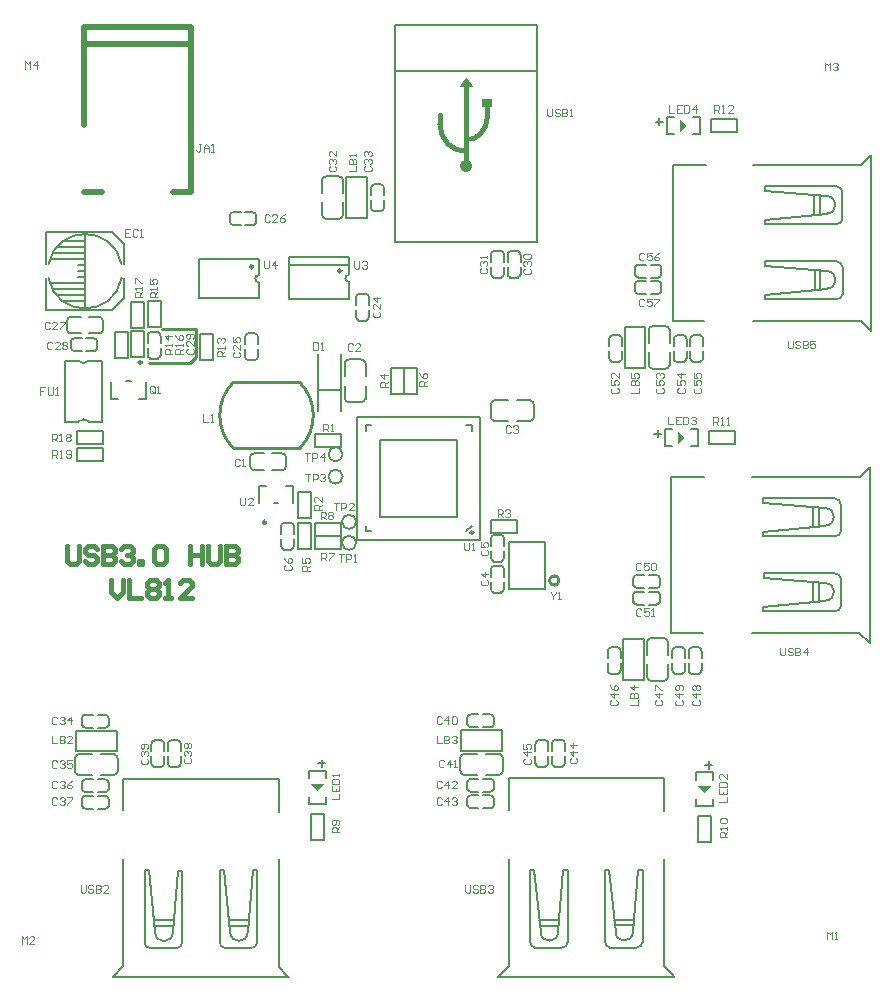
<source format=gto>
G04*
G04 #@! TF.GenerationSoftware,Altium Limited,Altium Designer,20.0.9 (164)*
G04*
G04 Layer_Color=65535*
%FSLAX25Y25*%
%MOIN*%
G70*
G01*
G75*
%ADD10C,0.00984*%
%ADD11C,0.00787*%
%ADD12C,0.01000*%
%ADD13C,0.00591*%
%ADD14C,0.01500*%
%ADD15C,0.01968*%
%ADD16C,0.00600*%
%ADD17C,0.00800*%
%ADD18C,0.04000*%
%ADD19C,0.00100*%
%ADD20C,0.00200*%
%ADD21C,0.00400*%
%ADD22R,0.03400X0.03000*%
G36*
X440700Y243990D02*
X436300D01*
X438500Y241790D01*
X440700Y243990D01*
D02*
G37*
G36*
X569700Y243431D02*
X565300D01*
X567500Y241231D01*
X569700Y243431D01*
D02*
G37*
G36*
X558790Y361700D02*
Y357300D01*
X560990Y359500D01*
X558790Y361700D01*
D02*
G37*
G36*
X559400Y465700D02*
Y461300D01*
X561600Y463500D01*
X559400Y465700D01*
D02*
G37*
D10*
X490425Y327913D02*
G03*
X490425Y327913I-492J0D01*
G01*
X421315Y331295D02*
G03*
X421315Y331295I-492J0D01*
G01*
X379929Y384661D02*
G03*
X379929Y384661I-492J0D01*
G01*
D11*
X509342Y365000D02*
G03*
X510607Y366531I-295J1531D01*
G01*
X497532Y372000D02*
G03*
X496267Y370468I295J-1531D01*
G01*
X510607D02*
G03*
X509342Y372000I-1560J0D01*
G01*
X496267Y366531D02*
G03*
X497532Y365000I1560J0D01*
G01*
X500658Y315484D02*
G03*
X499671Y316752I-1181J98D01*
G01*
X496325Y309173D02*
G03*
X497311Y307906I1181J-98D01*
G01*
X499476Y307901D02*
G03*
X500658Y309185I0J1185D01*
G01*
X497508Y316768D02*
G03*
X496327Y315484I0J-1185D01*
G01*
Y319516D02*
G03*
X497313Y318248I1181J-98D01*
G01*
X500660Y325827D02*
G03*
X499673Y327095I-1181J98D01*
G01*
X497508Y327099D02*
G03*
X496327Y325815I0J-1185D01*
G01*
X499476Y318232D02*
G03*
X500658Y319516I0J1185D01*
G01*
X430665Y329815D02*
G03*
X429679Y331082I-1181J98D01*
G01*
X426333Y323504D02*
G03*
X427319Y322236I1181J-98D01*
G01*
X429484Y322232D02*
G03*
X430665Y323516I0J1185D01*
G01*
X427516Y331099D02*
G03*
X426335Y329815I0J-1185D01*
G01*
X451362Y324500D02*
G03*
X451362Y324500I-2362J0D01*
G01*
Y331500D02*
G03*
X451362Y331500I-2362J0D01*
G01*
X446862Y346500D02*
G03*
X446862Y346500I-2362J0D01*
G01*
Y354000D02*
G03*
X446862Y354000I-2362J0D01*
G01*
X426724Y348744D02*
G03*
X427910Y349827I98J1083D01*
G01*
X417276Y354256D02*
G03*
X416090Y353173I-98J-1083D01*
G01*
X427910D02*
G03*
X426724Y354256I-1087J0D01*
G01*
X416090Y349827D02*
G03*
X417276Y348744I1087J0D01*
G01*
X358598Y385188D02*
G03*
X362402Y385188I1902J1902D01*
G01*
X362402Y364888D02*
G03*
X358599Y364888I-1902J-1902D01*
G01*
X419000Y413750D02*
G03*
X419000Y411250I0J-1250D01*
G01*
X416815Y430335D02*
G03*
X418082Y431321I98J1181D01*
G01*
X410504Y434667D02*
G03*
X409236Y433681I-98J-1181D01*
G01*
X409232Y431516D02*
G03*
X410516Y430335I1185J0D01*
G01*
X418099Y433484D02*
G03*
X416815Y434665I-1185J0D01*
G01*
X373176Y417357D02*
G03*
X348824Y417357I-12176J-2357D01*
G01*
Y412643D02*
G03*
X373176Y412643I12176J2357D01*
G01*
X365724Y394244D02*
G03*
X366910Y395327I98J1083D01*
G01*
X356276Y399756D02*
G03*
X355090Y398673I-98J-1083D01*
G01*
X366910D02*
G03*
X365724Y399756I-1087J0D01*
G01*
X355090Y395327D02*
G03*
X356276Y394244I1087J0D01*
G01*
X357516Y392665D02*
G03*
X356248Y391679I-98J-1181D01*
G01*
X363827Y388333D02*
G03*
X365094Y389319I98J1181D01*
G01*
X365099Y391484D02*
G03*
X363815Y392665I-1185J0D01*
G01*
X356232Y389516D02*
G03*
X357516Y388335I1185J0D01*
G01*
X381835Y387185D02*
G03*
X382821Y385918I1181J-98D01*
G01*
X386167Y393496D02*
G03*
X385181Y394764I-1181J98D01*
G01*
X383016Y394768D02*
G03*
X381835Y393484I0J-1185D01*
G01*
X384984Y385901D02*
G03*
X386165Y387185I0J1185D01*
G01*
X418665Y392984D02*
G03*
X417679Y394252I-1181J98D01*
G01*
X414333Y386673D02*
G03*
X415319Y385405I1181J-98D01*
G01*
X417484Y385401D02*
G03*
X418665Y386685I0J1185D01*
G01*
X415516Y394268D02*
G03*
X414335Y392984I0J-1185D01*
G01*
X454500Y384343D02*
G03*
X452969Y385607I-1531J-295D01*
G01*
X447500Y372532D02*
G03*
X449031Y371267I1531J295D01*
G01*
Y385607D02*
G03*
X447500Y384343I0J-1560D01*
G01*
X452969Y371267D02*
G03*
X454500Y372532I0J1560D01*
G01*
X451335Y399850D02*
G03*
X452321Y398583I1181J-98D01*
G01*
X455667Y406162D02*
G03*
X454681Y407429I-1181J98D01*
G01*
X452516Y407433D02*
G03*
X451335Y406150I0J-1185D01*
G01*
X454484Y398567D02*
G03*
X455665Y399850I0J1185D01*
G01*
X449008Y413939D02*
G03*
X449008Y411439I0J-1250D01*
G01*
X456335Y436350D02*
G03*
X457321Y435083I1181J-98D01*
G01*
X460667Y442662D02*
G03*
X459681Y443929I-1181J98D01*
G01*
X457516Y443933D02*
G03*
X456335Y442650I0J-1185D01*
G01*
X459484Y435067D02*
G03*
X460665Y436350I0J1185D01*
G01*
X440000Y433595D02*
G03*
X441532Y432330I1531J295D01*
G01*
X447000Y445405D02*
G03*
X445469Y446670I-1531J-295D01*
G01*
Y432330D02*
G03*
X447000Y433595I0J1560D01*
G01*
X441532Y446670D02*
G03*
X440000Y445405I0J-1560D01*
G01*
X506165Y420484D02*
G03*
X505179Y421752I-1181J98D01*
G01*
X501833Y414173D02*
G03*
X502819Y412906I1181J-98D01*
G01*
X504984Y412901D02*
G03*
X506165Y414185I0J1185D01*
G01*
X503016Y421768D02*
G03*
X501835Y420484I0J-1185D01*
G01*
X500665D02*
G03*
X499679Y421752I-1181J98D01*
G01*
X496333Y414173D02*
G03*
X497319Y412906I1181J-98D01*
G01*
X499484Y412901D02*
G03*
X500665Y414185I0J1185D01*
G01*
X497516Y421768D02*
G03*
X496335Y420484I0J-1185D01*
G01*
X551858Y407406D02*
G03*
X553126Y408392I98J1181D01*
G01*
X545547Y411738D02*
G03*
X544279Y410752I-98J-1181D01*
G01*
X544276Y408587D02*
G03*
X545559Y407406I1185J0D01*
G01*
X553142Y410555D02*
G03*
X551858Y411736I-1185J0D01*
G01*
Y412906D02*
G03*
X553126Y413892I98J1181D01*
G01*
X545547Y417238D02*
G03*
X544279Y416252I-98J-1181D01*
G01*
X544276Y414087D02*
G03*
X545559Y412906I1185J0D01*
G01*
X553142Y416055D02*
G03*
X551858Y417236I-1185J0D01*
G01*
X567039Y392386D02*
G03*
X566053Y393653I-1181J98D01*
G01*
X562707Y386075D02*
G03*
X563693Y384807I1181J-98D01*
G01*
X565858Y384803D02*
G03*
X567039Y386087I0J1185D01*
G01*
X563890Y393669D02*
G03*
X562709Y392386I0J-1185D01*
G01*
X561539D02*
G03*
X560553Y393653I-1181J98D01*
G01*
X557207Y386075D02*
G03*
X558193Y384807I1181J-98D01*
G01*
X560358Y384803D02*
G03*
X561539Y386087I0J1185D01*
G01*
X558390Y393669D02*
G03*
X557209Y392386I0J-1185D01*
G01*
X548874Y383665D02*
G03*
X550406Y382401I1531J295D01*
G01*
X555874Y395476D02*
G03*
X554343Y396741I-1531J-295D01*
G01*
Y382401D02*
G03*
X555874Y383665I0J1560D01*
G01*
X550406Y396741D02*
G03*
X548874Y395476I0J-1560D01*
G01*
X535709Y386087D02*
G03*
X536695Y384819I1181J-98D01*
G01*
X540041Y392398D02*
G03*
X539055Y393665I-1181J98D01*
G01*
X536890Y393669D02*
G03*
X535709Y392386I0J-1185D01*
G01*
X538858Y384803D02*
G03*
X540039Y386087I0J1185D01*
G01*
X611472Y430671D02*
G03*
X613472Y432480I95J1905D01*
G01*
X613476Y441181D02*
G03*
X611472Y443265I-2044J41D01*
G01*
X608204Y434207D02*
G03*
X608204Y440040I0J2917D01*
G01*
X608258Y409212D02*
G03*
X608258Y415046I0J2917D01*
G01*
X613529Y416186D02*
G03*
X611526Y418271I-2044J41D01*
G01*
Y405676D02*
G03*
X613526Y407486I95J1905D01*
G01*
X405868Y191402D02*
G03*
X407677Y189402I1905J-95D01*
G01*
X416377Y189398D02*
G03*
X418462Y191402I41J2044D01*
G01*
X409404Y194670D02*
G03*
X415237Y194670I2917J0D01*
G01*
X384409Y194616D02*
G03*
X390243Y194616I2917J0D01*
G01*
X391383Y189345D02*
G03*
X393468Y191348I41J2044D01*
G01*
X380873D02*
G03*
X382683Y189348I1905J-95D01*
G01*
X534297Y191528D02*
G03*
X536106Y189528I1905J-95D01*
G01*
X544806Y189524D02*
G03*
X546891Y191528I41J2044D01*
G01*
X537833Y194796D02*
G03*
X543667Y194796I2917J0D01*
G01*
X512838Y194742D02*
G03*
X518672Y194742I2917J0D01*
G01*
X519812Y189471D02*
G03*
X521897Y191474I41J2044D01*
G01*
X509302D02*
G03*
X511112Y189474I1905J-95D01*
G01*
X610972Y326671D02*
G03*
X612972Y328481I95J1905D01*
G01*
X612976Y337180D02*
G03*
X610972Y339265I-2044J41D01*
G01*
X607704Y330207D02*
G03*
X607704Y336040I0J2917D01*
G01*
X607758Y305212D02*
G03*
X607758Y311046I0J2917D01*
G01*
X613029Y312186D02*
G03*
X611026Y314271I-2044J41D01*
G01*
Y301676D02*
G03*
X613026Y303486I95J1905D01*
G01*
X551358Y303906D02*
G03*
X552626Y304892I98J1181D01*
G01*
X545047Y308238D02*
G03*
X543780Y307252I-98J-1181D01*
G01*
X543776Y305087D02*
G03*
X545059Y303906I1185J0D01*
G01*
X552642Y307055D02*
G03*
X551358Y308236I-1185J0D01*
G01*
Y309405D02*
G03*
X552626Y310392I98J1181D01*
G01*
X545047Y313738D02*
G03*
X543780Y312752I-98J-1181D01*
G01*
X543776Y310587D02*
G03*
X545059Y309405I1185J0D01*
G01*
X552642Y312555D02*
G03*
X551358Y313736I-1185J0D01*
G01*
X489713Y267291D02*
G03*
X488445Y266305I-98J-1181D01*
G01*
X496024Y262959D02*
G03*
X497291Y263945I98J1181D01*
G01*
X497295Y266110D02*
G03*
X496012Y267291I-1185J0D01*
G01*
X488429Y264142D02*
G03*
X489713Y262961I1185J0D01*
G01*
X487291Y254126D02*
G03*
X486027Y252594I295J-1531D01*
G01*
X499102Y247126D02*
G03*
X500367Y248657I-295J1531D01*
G01*
X486027D02*
G03*
X487291Y247126I1560J0D01*
G01*
X500367Y252594D02*
G03*
X499102Y254126I-1560J0D01*
G01*
X496012Y241461D02*
G03*
X497279Y242447I98J1181D01*
G01*
X489701Y245793D02*
G03*
X488433Y244807I-98J-1181D01*
G01*
X488429Y242642D02*
G03*
X489713Y241461I1185J0D01*
G01*
X497295Y244610D02*
G03*
X496012Y245791I-1185J0D01*
G01*
Y235961D02*
G03*
X497279Y236947I98J1181D01*
G01*
X489701Y240293D02*
G03*
X488433Y239307I-98J-1181D01*
G01*
X488429Y237142D02*
G03*
X489713Y235961I1185J0D01*
G01*
X497295Y239110D02*
G03*
X496012Y240291I-1185J0D01*
G01*
X361283Y267165D02*
G03*
X360016Y266179I-98J-1181D01*
G01*
X367595Y262833D02*
G03*
X368862Y263819I98J1181D01*
G01*
X368866Y265984D02*
G03*
X367583Y267165I-1185J0D01*
G01*
X360000Y264016D02*
G03*
X361283Y262835I1185J0D01*
G01*
X367583Y235835D02*
G03*
X368850Y236821I98J1181D01*
G01*
X361271Y240167D02*
G03*
X360004Y239181I-98J-1181D01*
G01*
X360000Y237016D02*
G03*
X361283Y235835I1185J0D01*
G01*
X368866Y238984D02*
G03*
X367583Y240165I-1185J0D01*
G01*
Y241335D02*
G03*
X368850Y242321I98J1181D01*
G01*
X361271Y245667D02*
G03*
X360004Y244681I-98J-1181D01*
G01*
X360000Y242516D02*
G03*
X361283Y241335I1185J0D01*
G01*
X368866Y244484D02*
G03*
X367583Y245665I-1185J0D01*
G01*
X358862Y254000D02*
G03*
X357598Y252468I295J-1531D01*
G01*
X370673Y247000D02*
G03*
X371938Y248532I-295J1531D01*
G01*
X357598D02*
G03*
X358862Y247000I1560J0D01*
G01*
X371938Y252468D02*
G03*
X370673Y254000I-1560J0D01*
G01*
X535209Y282087D02*
G03*
X536195Y280819I1181J-98D01*
G01*
X539541Y288398D02*
G03*
X538555Y289665I-1181J98D01*
G01*
X536390Y289669D02*
G03*
X535209Y288386I0J-1185D01*
G01*
X538358Y280803D02*
G03*
X539539Y282087I0J1185D01*
G01*
X548374Y279665D02*
G03*
X549905Y278401I1531J295D01*
G01*
X555374Y291476D02*
G03*
X553842Y292741I-1531J-295D01*
G01*
Y278401D02*
G03*
X555374Y279665I0J1560D01*
G01*
X549905Y292741D02*
G03*
X548374Y291476I0J-1560D01*
G01*
X561039Y288386D02*
G03*
X560053Y289653I-1181J98D01*
G01*
X556707Y282075D02*
G03*
X557693Y280807I1181J-98D01*
G01*
X559858Y280803D02*
G03*
X561039Y282087I0J1185D01*
G01*
X557890Y289669D02*
G03*
X556709Y288386I0J-1185D01*
G01*
X566539D02*
G03*
X565553Y289653I-1181J98D01*
G01*
X562207Y282075D02*
G03*
X563193Y280807I1181J-98D01*
G01*
X565358Y280803D02*
G03*
X566539Y282087I0J1185D01*
G01*
X563390Y289669D02*
G03*
X562209Y288386I0J-1185D01*
G01*
X516632Y251142D02*
G03*
X517618Y249874I1181J-98D01*
G01*
X520964Y257453D02*
G03*
X519978Y258720I-1181J98D01*
G01*
X517813Y258724D02*
G03*
X516632Y257441I0J-1185D01*
G01*
X519781Y249858D02*
G03*
X520962Y251142I0J1185D01*
G01*
X511131D02*
G03*
X512118Y249874I1181J-98D01*
G01*
X515464Y257453D02*
G03*
X514478Y258720I-1181J98D01*
G01*
X512313Y258724D02*
G03*
X511131Y257441I0J-1185D01*
G01*
X514281Y249858D02*
G03*
X515462Y251142I0J1185D01*
G01*
X388602Y251016D02*
G03*
X389589Y249748I1181J-98D01*
G01*
X392935Y257327D02*
G03*
X391949Y258594I-1181J98D01*
G01*
X389784Y258599D02*
G03*
X388602Y257315I0J-1185D01*
G01*
X391752Y249732D02*
G03*
X392933Y251016I0J1185D01*
G01*
X383102D02*
G03*
X384089Y249748I1181J-98D01*
G01*
X387435Y257327D02*
G03*
X386449Y258594I-1181J98D01*
G01*
X384283Y258599D02*
G03*
X383102Y257315I0J-1185D01*
G01*
X386252Y249732D02*
G03*
X387433Y251016I0J1185D01*
G01*
X577665Y357335D02*
Y361665D01*
X569004Y357335D02*
Y361665D01*
X577665D01*
X569004Y357335D02*
X577665D01*
X554290Y356700D02*
Y362300D01*
Y356700D02*
X556779D01*
X554290Y362300D02*
X556779D01*
X563000D02*
X565490D01*
X563000Y356700D02*
X565490D01*
Y362300D01*
X550628Y360883D02*
X553069D01*
X551849Y359662D02*
Y362103D01*
X488004Y328307D02*
X489933Y330236D01*
X459421Y358819D02*
X485012D01*
X459421Y333228D02*
X485012D01*
X459421D02*
Y358819D01*
X485012Y333228D02*
Y358819D01*
X451744Y366496D02*
X492689D01*
X451744Y325551D02*
X492689D01*
X451744D02*
Y366496D01*
X492689Y325551D02*
Y366496D01*
X489933Y361811D02*
Y363740D01*
X488004D02*
X489933D01*
X454500D02*
X456429D01*
X454500Y361811D02*
Y363740D01*
Y328307D02*
Y330236D01*
Y328307D02*
X456429D01*
X505012Y372000D02*
X509342D01*
X497532D02*
X501862D01*
X497532Y365000D02*
X501862D01*
X505012D02*
X509342D01*
X496252Y366531D02*
Y370468D01*
X510622Y366531D02*
Y370468D01*
X504831Y327835D02*
Y332165D01*
X496169Y327835D02*
Y332165D01*
X504831D01*
X496169Y327835D02*
X504831D01*
X502492Y309126D02*
X514492D01*
Y324874D01*
X502492Y324874D02*
X514492Y324874D01*
X502492Y324874D02*
X502492Y309126D01*
X500658Y313122D02*
Y315484D01*
Y309185D02*
Y311547D01*
X496327Y313122D02*
Y315484D01*
Y309185D02*
Y311547D01*
X497311Y316764D02*
X499673D01*
X497311Y307906D02*
X499673D01*
X496327Y319516D02*
Y321878D01*
Y323453D02*
Y325815D01*
X500658Y319516D02*
Y321878D01*
Y323453D02*
Y325815D01*
X497311Y318236D02*
X499673D01*
X497311Y327095D02*
X499673D01*
X431835Y332835D02*
X436165D01*
X431835Y341496D02*
X436165D01*
Y332835D02*
Y341496D01*
X431835Y332835D02*
Y341496D01*
X430665Y327453D02*
Y329815D01*
Y323516D02*
Y325878D01*
X426335Y327453D02*
Y329815D01*
Y323516D02*
Y325878D01*
X427319Y331095D02*
X429681D01*
X427319Y322236D02*
X429681D01*
X431835Y322500D02*
X436165D01*
X431835Y331161D02*
X436165D01*
Y322500D02*
Y331161D01*
X431835Y322500D02*
Y331161D01*
X446165Y322335D02*
Y326665D01*
X437504Y322335D02*
Y326665D01*
X446165D01*
X437504Y322335D02*
X446165D01*
Y326835D02*
Y331165D01*
X437504Y326835D02*
Y331165D01*
X446165D01*
X437504Y326835D02*
X446165D01*
X446331Y356335D02*
Y360665D01*
X437669Y356335D02*
Y360665D01*
X446331D01*
X437669Y356335D02*
X446331D01*
X423181Y354256D02*
X426724D01*
X423181Y348744D02*
X426724D01*
X417276D02*
X420819D01*
X417276Y354256D02*
X420819D01*
X416094Y349925D02*
Y353075D01*
X427906Y349925D02*
Y353075D01*
X424071Y337693D02*
X425449D01*
X428106Y343500D02*
X430469D01*
X419051D02*
X421413D01*
X430469Y337890D02*
Y343500D01*
X419051Y337791D02*
Y343500D01*
X374811Y378264D02*
X376189D01*
X369791Y372457D02*
X372153D01*
X378847D02*
X381209D01*
X369791D02*
Y378067D01*
X381209Y372457D02*
Y378165D01*
X354200Y385188D02*
X358598D01*
X354201Y364888D02*
Y385088D01*
X366799Y364888D02*
Y385088D01*
X362402Y385188D02*
X366800D01*
X362401Y364888D02*
X366799D01*
X354201D02*
X358599D01*
X366996Y357335D02*
Y361665D01*
X358335Y357335D02*
Y361665D01*
X366996D01*
X358335Y357335D02*
X366996D01*
X358335Y351835D02*
Y356165D01*
X366996Y351835D02*
Y356165D01*
X358335Y351835D02*
X366996D01*
X358335Y356165D02*
X366996D01*
X419000Y413750D02*
Y418996D01*
Y406004D02*
Y411250D01*
X398961Y406004D02*
X419000D01*
X398961D02*
Y418996D01*
X419000D01*
X414453Y430335D02*
X416815D01*
X410516D02*
X412878D01*
X414453Y434665D02*
X416815D01*
X410516D02*
X412878D01*
X418094Y431319D02*
Y433681D01*
X409236Y431319D02*
Y433681D01*
X358500Y417000D02*
X361000D01*
X349300Y419000D02*
X361000D01*
X350200Y421000D02*
X361000D01*
X351600Y423000D02*
X361000D01*
X353700Y425000D02*
X361000D01*
X353700Y405000D02*
X361000D01*
X351600Y407000D02*
X361000D01*
X350200Y409000D02*
X361000D01*
X349300Y411000D02*
X361000D01*
X358500Y413000D02*
X361000D01*
X358500Y415000D02*
X361000D01*
Y402598D02*
Y427402D01*
X370055Y427992D02*
X373992Y424055D01*
X348008Y427992D02*
X370055D01*
X373992Y417362D02*
Y424055D01*
X348008Y417362D02*
Y427992D01*
Y402008D02*
Y412638D01*
X373992Y405945D02*
Y412638D01*
X348008Y402008D02*
X370055D01*
X373992Y405945D01*
X362181Y399756D02*
X365724D01*
X362181Y394244D02*
X365724D01*
X356276D02*
X359819D01*
X356276Y399756D02*
X359819D01*
X355095Y395425D02*
Y398575D01*
X366905Y395425D02*
Y398575D01*
X357516Y392665D02*
X359878D01*
X361453D02*
X363815D01*
X357516Y388335D02*
X359878D01*
X361453D02*
X363815D01*
X356236Y389319D02*
Y391681D01*
X365094Y389319D02*
Y391681D01*
X376335Y396169D02*
X380665D01*
X376335Y404831D02*
X380665D01*
Y396169D02*
Y404831D01*
X376335Y396169D02*
Y404831D01*
X381835Y396335D02*
X386165D01*
X381835Y404996D02*
X386165D01*
Y396335D02*
Y404996D01*
X381835Y396335D02*
Y404996D01*
X370835Y394831D02*
X375165D01*
X370835Y386169D02*
X375165D01*
X370835D02*
Y394831D01*
X375165Y386169D02*
Y394831D01*
X376335Y386335D02*
X380665D01*
X376335Y394996D02*
X380665D01*
Y386335D02*
Y394996D01*
X376335Y386335D02*
Y394996D01*
X381835Y387185D02*
Y389547D01*
Y391122D02*
Y393484D01*
X386165Y387185D02*
Y389547D01*
Y391122D02*
Y393484D01*
X382819Y385906D02*
X385181D01*
X382819Y394764D02*
X385181D01*
X399335Y385504D02*
X403665D01*
X399335Y394165D02*
X403665D01*
Y385504D02*
Y394165D01*
X399335Y385504D02*
Y394165D01*
X418665Y390622D02*
Y392984D01*
Y386685D02*
Y389047D01*
X414335Y390622D02*
Y392984D01*
Y386685D02*
Y389047D01*
X415319Y394264D02*
X417681D01*
X415319Y385405D02*
X417681D01*
X446240Y368354D02*
Y387547D01*
X438661Y368354D02*
Y387547D01*
Y375539D02*
X446240D01*
X447500Y380012D02*
Y384343D01*
Y372532D02*
Y376862D01*
X454500Y372532D02*
Y376862D01*
Y380012D02*
Y384343D01*
X449031Y371252D02*
X452969D01*
X449031Y385622D02*
X452969D01*
X462835Y374169D02*
X467165D01*
X462835Y382831D02*
X467165D01*
Y374169D02*
Y382831D01*
X462835Y374169D02*
Y382831D01*
X467335D02*
X471665D01*
X467335Y374169D02*
X471665D01*
X467335D02*
Y382831D01*
X471665Y374169D02*
Y382831D01*
X451335Y399850D02*
Y402213D01*
Y403787D02*
Y406150D01*
X455665Y399850D02*
Y402213D01*
Y403787D02*
Y406150D01*
X452319Y398571D02*
X454681D01*
X452319Y407429D02*
X454681D01*
X429008Y417216D02*
X449008D01*
Y413939D02*
Y419579D01*
Y405799D02*
Y411439D01*
X429008Y405799D02*
X449008D01*
X429008D02*
Y419579D01*
X449008D01*
X456335Y436350D02*
Y438713D01*
Y440287D02*
Y442650D01*
X460665Y436350D02*
Y438713D01*
Y440287D02*
Y442650D01*
X457319Y435071D02*
X459681D01*
X457319Y443929D02*
X459681D01*
X447000Y433595D02*
Y437925D01*
Y441075D02*
Y445405D01*
X440000Y441075D02*
Y445405D01*
Y433595D02*
Y437925D01*
X441532Y446685D02*
X445469D01*
X441532Y432315D02*
X445469D01*
X487190Y477249D02*
X487690Y477649D01*
Y478549D01*
X486791Y477049D02*
X487690Y478549D01*
X488291Y477649D02*
X488791Y477249D01*
X488291Y477649D02*
Y478549D01*
X489190Y477049D01*
X578165Y461335D02*
Y465665D01*
X569504Y461335D02*
Y465665D01*
X578165D01*
X569504Y461335D02*
X578165D01*
X554900Y460700D02*
Y466300D01*
Y460700D02*
X557390D01*
X554900Y466300D02*
X557390D01*
X563610D02*
X566100D01*
X563610Y460700D02*
X566100D01*
Y466300D01*
X551239Y464883D02*
X553680D01*
X552459Y463662D02*
Y466103D01*
X506165Y418122D02*
Y420484D01*
Y414185D02*
Y416547D01*
X501835Y418122D02*
Y420484D01*
Y414185D02*
Y416547D01*
X502819Y421764D02*
X505181D01*
X502819Y412906D02*
X505181D01*
X500665Y418122D02*
Y420484D01*
Y414185D02*
Y416547D01*
X496335Y418122D02*
Y420484D01*
Y414185D02*
Y416547D01*
X497319Y421764D02*
X499681D01*
X497319Y412906D02*
X499681D01*
X549496Y407406D02*
X551858D01*
X545559D02*
X547921D01*
X549496Y411736D02*
X551858D01*
X545559D02*
X547921D01*
X553138Y408390D02*
Y410752D01*
X544279Y408390D02*
Y410752D01*
X549496Y412906D02*
X551858D01*
X545559D02*
X547921D01*
X549496Y417236D02*
X551858D01*
X545559D02*
X547921D01*
X553138Y413890D02*
Y416252D01*
X544279Y413890D02*
Y416252D01*
X567039Y390024D02*
Y392386D01*
Y386087D02*
Y388449D01*
X562709Y390024D02*
Y392386D01*
Y386087D02*
Y388449D01*
X563693Y393665D02*
X566055D01*
X563693Y384807D02*
X566055D01*
X561539Y390024D02*
Y392386D01*
Y386087D02*
Y388449D01*
X557209Y390024D02*
Y392386D01*
Y386087D02*
Y388449D01*
X558193Y393665D02*
X560555D01*
X558193Y384807D02*
X560555D01*
X555874Y383665D02*
Y387996D01*
Y391146D02*
Y395476D01*
X548874Y391146D02*
Y395476D01*
Y383665D02*
Y387996D01*
X550406Y396756D02*
X554343D01*
X550406Y382386D02*
X554343D01*
X535709Y386087D02*
Y388449D01*
Y390024D02*
Y392386D01*
X540039Y386087D02*
Y388449D01*
Y390024D02*
Y392386D01*
X536693Y384807D02*
X539055D01*
X536693Y393665D02*
X539055D01*
X583774Y398571D02*
X619575D01*
X623118Y395028D01*
X583774Y450303D02*
X619732D01*
X622724Y453295D01*
X623118Y453689D01*
Y395028D02*
Y453689D01*
X623118Y395028D02*
X623118Y395028D01*
X556974Y398571D02*
Y450303D01*
Y398571D02*
X567474D01*
X556974Y450303D02*
X567974D01*
X587574Y432071D02*
X608204Y434203D01*
X587620Y441771D02*
X608204Y440045D01*
X587620Y441771D02*
Y443265D01*
X611472D01*
X587574Y430671D02*
X611472Y430671D01*
X587574Y430671D02*
X587574Y432071D01*
X604109Y440297D02*
X604109Y433844D01*
X606054Y440144D02*
X606054Y433947D01*
X613472Y432480D02*
X613476Y441181D01*
X613526Y407486D02*
X613529Y416186D01*
X606108Y415149D02*
X606108Y408952D01*
X604163Y415302D02*
X604163Y408849D01*
X587628Y405676D02*
X587628Y407077D01*
X587628Y405676D02*
X611526Y405676D01*
X587674Y418271D02*
X611526D01*
X587674Y416777D02*
Y418271D01*
Y416777D02*
X608258Y415050D01*
X587628Y407077D02*
X608258Y409208D01*
X373768Y183299D02*
Y219100D01*
X370224Y179756D02*
X373768Y183299D01*
X425500Y183142D02*
Y219100D01*
Y183142D02*
X428492Y180150D01*
X428886Y179756D01*
X370224D02*
X428886D01*
X370224Y179756D02*
X370224Y179756D01*
X373768Y245900D02*
X425500D01*
X373768Y235400D02*
Y245900D01*
X425500Y234900D02*
Y245900D01*
X407268Y215300D02*
X409400Y194670D01*
X415241D02*
X416968Y215254D01*
X418462D01*
Y191402D02*
Y215254D01*
X405868Y191402D02*
X405868Y215300D01*
X407268Y215300D01*
X409041Y198765D02*
X415494Y198765D01*
X409143Y196820D02*
X415340Y196820D01*
X407677Y189402D02*
X416377Y189398D01*
X382683Y189348D02*
X391383Y189345D01*
X384149Y196766D02*
X390346Y196766D01*
X384046Y198711D02*
X390499Y198711D01*
X380873Y215246D02*
X382273Y215246D01*
X380873Y191348D02*
X380873Y215246D01*
X393468Y191348D02*
Y215200D01*
X391973D02*
X393468D01*
X390247Y194616D02*
X391973Y215200D01*
X382273Y215246D02*
X384405Y194616D01*
X502197Y183425D02*
Y219226D01*
X498654Y179882D02*
X502197Y183425D01*
X553929Y183268D02*
Y219226D01*
Y183268D02*
X556921Y180276D01*
X557315Y179882D01*
X498654D02*
X557315D01*
X498654Y179882D02*
X498654Y179882D01*
X502197Y246026D02*
X553929D01*
X502197Y235526D02*
Y246026D01*
X553929Y235026D02*
Y246026D01*
X535697Y215426D02*
X537829Y194796D01*
X543671D02*
X545397Y215380D01*
X546891D01*
Y191528D02*
Y215380D01*
X534297Y191528D02*
X534297Y215426D01*
X535697Y215426D01*
X537470Y198890D02*
X543923Y198891D01*
X537573Y196946D02*
X543770Y196946D01*
X536106Y189528D02*
X544806Y189524D01*
X511112Y189474D02*
X519812Y189471D01*
X512578Y196892D02*
X518775Y196892D01*
X512475Y198837D02*
X518928Y198837D01*
X509302Y215372D02*
X510703Y215372D01*
X509302Y191474D02*
X509302Y215372D01*
X521897Y191474D02*
Y215326D01*
X520402D02*
X521897D01*
X518676Y194742D02*
X520402Y215326D01*
X510703Y215372D02*
X512834Y194742D01*
X583274Y294571D02*
X619075D01*
X622618Y291028D01*
X583274Y346303D02*
X619232D01*
X622224Y349295D01*
X622618Y349689D01*
Y291028D02*
Y349689D01*
X622618Y291028D02*
X622618Y291028D01*
X556474Y294571D02*
Y346303D01*
Y294571D02*
X566974D01*
X556474Y346303D02*
X567474D01*
X587074Y328071D02*
X607704Y330203D01*
X587120Y337771D02*
X607704Y336045D01*
X587120Y337771D02*
Y339265D01*
X610972D01*
X587074Y326671D02*
X610972Y326671D01*
X587074Y326671D02*
X587074Y328071D01*
X603609Y336297D02*
X603610Y329844D01*
X605554Y336144D02*
X605554Y329947D01*
X612972Y328481D02*
X612976Y337180D01*
X613026Y303486D02*
X613029Y312186D01*
X605608Y311149D02*
X605608Y304952D01*
X603663Y311302D02*
X603663Y304849D01*
X587128Y301676D02*
X587128Y303077D01*
X587128Y301676D02*
X611026Y301676D01*
X587174Y314271D02*
X611026D01*
X587174Y312776D02*
Y314271D01*
Y312776D02*
X607758Y311050D01*
X587128Y303077D02*
X607758Y305208D01*
X548996Y303906D02*
X551358D01*
X545059D02*
X547421D01*
X548996Y308236D02*
X551358D01*
X545059D02*
X547421D01*
X552638Y304890D02*
Y307252D01*
X543780Y304890D02*
Y307252D01*
X548996Y309405D02*
X551358D01*
X545059D02*
X547421D01*
X548996Y313736D02*
X551358D01*
X545059D02*
X547421D01*
X552638Y310390D02*
Y312752D01*
X543780Y310390D02*
Y312752D01*
X489713Y267291D02*
X492075D01*
X493650D02*
X496012D01*
X489713Y262961D02*
X492075D01*
X493650D02*
X496012D01*
X488433Y263945D02*
Y266307D01*
X497291Y263945D02*
Y266307D01*
X487291Y247126D02*
X491622D01*
X494772D02*
X499102D01*
X494772Y254126D02*
X499102D01*
X487291D02*
X491622D01*
X500382Y248657D02*
Y252594D01*
X486012Y248657D02*
Y252594D01*
X493650Y241461D02*
X496012D01*
X489713D02*
X492075D01*
X493650Y245791D02*
X496012D01*
X489713D02*
X492075D01*
X497291Y242445D02*
Y244807D01*
X488433Y242445D02*
Y244807D01*
X493650Y235961D02*
X496012D01*
X489713D02*
X492075D01*
X493650Y240291D02*
X496012D01*
X489713D02*
X492075D01*
X497291Y236945D02*
Y239307D01*
X488433Y236945D02*
Y239307D01*
X361283Y267165D02*
X363646D01*
X365220D02*
X367583D01*
X361283Y262835D02*
X363646D01*
X365220D02*
X367583D01*
X360004Y263819D02*
Y266181D01*
X368862Y263819D02*
Y266181D01*
X365220Y235835D02*
X367583D01*
X361283D02*
X363646D01*
X365220Y240165D02*
X367583D01*
X361283D02*
X363646D01*
X368862Y236819D02*
Y239181D01*
X360004Y236819D02*
Y239181D01*
X365220Y241335D02*
X367583D01*
X361283D02*
X363646D01*
X365220Y245665D02*
X367583D01*
X361283D02*
X363646D01*
X368862Y242319D02*
Y244681D01*
X360004Y242319D02*
Y244681D01*
X358862Y247000D02*
X363193D01*
X366342D02*
X370673D01*
X366342Y254000D02*
X370673D01*
X358862D02*
X363193D01*
X371953Y248532D02*
Y252468D01*
X357583Y248532D02*
Y252468D01*
X535209Y282087D02*
Y284449D01*
Y286024D02*
Y288386D01*
X539539Y282087D02*
Y284449D01*
Y286024D02*
Y288386D01*
X536193Y280807D02*
X538555D01*
X536193Y289665D02*
X538555D01*
X555374Y279665D02*
Y283996D01*
Y287146D02*
Y291476D01*
X548374Y287146D02*
Y291476D01*
Y279665D02*
Y283996D01*
X549905Y292756D02*
X553842D01*
X549905Y278386D02*
X553842D01*
X561039Y286024D02*
Y288386D01*
Y282087D02*
Y284449D01*
X556709Y286024D02*
Y288386D01*
Y282087D02*
Y284449D01*
X557693Y289665D02*
X560055D01*
X557693Y280807D02*
X560055D01*
X566539Y286024D02*
Y288386D01*
Y282087D02*
Y284449D01*
X562209Y286024D02*
Y288386D01*
Y282087D02*
Y284449D01*
X563193Y289665D02*
X565555D01*
X563193Y280807D02*
X565555D01*
X565335Y224835D02*
X569665D01*
X565335Y233496D02*
X569665D01*
Y224835D02*
Y233496D01*
X565335Y224835D02*
Y233496D01*
X564700Y247931D02*
X570300D01*
X564700Y245441D02*
Y247931D01*
X570300Y245441D02*
Y247931D01*
Y236731D02*
Y239220D01*
X564700Y236731D02*
Y239220D01*
Y236731D02*
X570300D01*
X568883Y249151D02*
Y251592D01*
X567662Y250372D02*
X570103D01*
X516632Y251142D02*
Y253504D01*
Y255079D02*
Y257441D01*
X520962Y251142D02*
Y253504D01*
Y255079D02*
Y257441D01*
X517616Y249862D02*
X519978D01*
X517616Y258720D02*
X519978D01*
X511131Y251142D02*
Y253504D01*
Y255079D02*
Y257441D01*
X515462Y251142D02*
Y253504D01*
Y255079D02*
Y257441D01*
X512116Y249862D02*
X514478D01*
X512116Y258720D02*
X514478D01*
X436335Y225284D02*
X440665D01*
X436335Y233945D02*
X440665D01*
Y225284D02*
Y233945D01*
X436335Y225284D02*
Y233945D01*
X388602Y251016D02*
Y253378D01*
Y254953D02*
Y257315D01*
X392933Y251016D02*
Y253378D01*
Y254953D02*
Y257315D01*
X389587Y249736D02*
X391949D01*
X389587Y258594D02*
X391949D01*
X383102Y251016D02*
Y253378D01*
Y254953D02*
Y257315D01*
X387433Y251016D02*
Y253378D01*
Y254953D02*
Y257315D01*
X384087Y249736D02*
X386449D01*
X384087Y258594D02*
X386449D01*
X435700Y248490D02*
X441300D01*
X435700Y246000D02*
Y248490D01*
X441300Y246000D02*
Y248490D01*
Y237290D02*
Y239779D01*
X435700Y237290D02*
Y239779D01*
Y237290D02*
X441300D01*
X439883Y249710D02*
Y252151D01*
X438662Y250931D02*
X441103D01*
D12*
X432524Y355976D02*
G03*
X432524Y378024I-11024J11024D01*
G01*
X410476D02*
G03*
X410476Y355976I11024J-11024D01*
G01*
X417000Y416500D02*
G03*
X417000Y416500I-500J0D01*
G01*
X518962Y311900D02*
G03*
X518962Y311900I-1562J0D01*
G01*
X410476Y355976D02*
X432524D01*
X410476Y378024D02*
X432524D01*
X382300Y384400D02*
X396100D01*
X398100Y386400D01*
Y395600D01*
X386600D02*
X398100D01*
D13*
X446587Y415150D02*
G03*
X446587Y415150I-689J0D01*
G01*
D14*
X482016Y457424D02*
G03*
X487991Y454949I5975J5975D01*
G01*
X479290Y464003D02*
G03*
X482016Y457424I9304J0D01*
G01*
X487991Y458749D02*
G03*
X492770Y460729I0J6760D01*
G01*
D02*
G03*
X495090Y466330I-5601J5601D01*
G01*
X487991Y450049D02*
Y477149D01*
X479290Y464003D02*
Y467049D01*
X495090Y466330D02*
Y470349D01*
X369504Y311999D02*
Y308000D01*
X371504Y306001D01*
X373503Y308000D01*
Y311999D01*
X375502D02*
Y306001D01*
X379501D01*
X381501Y310999D02*
X382500Y311999D01*
X384500D01*
X385499Y310999D01*
Y310000D01*
X384500Y309000D01*
X385499Y308000D01*
Y307001D01*
X384500Y306001D01*
X382500D01*
X381501Y307001D01*
Y308000D01*
X382500Y309000D01*
X381501Y310000D01*
Y310999D01*
X382500Y309000D02*
X384500D01*
X387498Y306001D02*
X389498D01*
X388498D01*
Y311999D01*
X387498Y310999D01*
X396496Y306001D02*
X392497D01*
X396496Y310000D01*
Y310999D01*
X395496Y311999D01*
X393497D01*
X392497Y310999D01*
X354909Y323499D02*
Y318501D01*
X355909Y317501D01*
X357908D01*
X358908Y318501D01*
Y323499D01*
X364906Y322499D02*
X363906Y323499D01*
X361907D01*
X360907Y322499D01*
Y321500D01*
X361907Y320500D01*
X363906D01*
X364906Y319500D01*
Y318501D01*
X363906Y317501D01*
X361907D01*
X360907Y318501D01*
X366905Y323499D02*
Y317501D01*
X369904D01*
X370904Y318501D01*
Y319500D01*
X369904Y320500D01*
X366905D01*
X369904D01*
X370904Y321500D01*
Y322499D01*
X369904Y323499D01*
X366905D01*
X372903Y322499D02*
X373903Y323499D01*
X375902D01*
X376902Y322499D01*
Y321500D01*
X375902Y320500D01*
X374903D01*
X375902D01*
X376902Y319500D01*
Y318501D01*
X375902Y317501D01*
X373903D01*
X372903Y318501D01*
X378902Y317501D02*
Y318501D01*
X379901D01*
Y317501D01*
X378902D01*
X383900Y322499D02*
X384899Y323499D01*
X386899D01*
X387898Y322499D01*
Y318501D01*
X386899Y317501D01*
X384899D01*
X383900Y318501D01*
Y322499D01*
X395896Y323499D02*
Y317501D01*
Y320500D01*
X399895D01*
Y323499D01*
Y317501D01*
X401894Y323499D02*
Y318501D01*
X402894Y317501D01*
X404893D01*
X405893Y318501D01*
Y323499D01*
X407892D02*
Y317501D01*
X410891D01*
X411891Y318501D01*
Y319500D01*
X410891Y320500D01*
X407892D01*
X410891D01*
X411891Y321500D01*
Y322499D01*
X410891Y323499D01*
X407892D01*
D15*
X396217Y441398D02*
Y496516D01*
X360784D02*
X396217D01*
X390311Y441398D02*
X396217D01*
X360784D02*
X366689D01*
X360784Y463839D02*
Y496516D01*
Y490610D02*
X396217D01*
D16*
X448100Y432709D02*
X454900D01*
X448100D02*
Y446291D01*
X454900D01*
Y432709D02*
Y446291D01*
X540974Y396299D02*
X547774D01*
Y382716D02*
Y396299D01*
X540974Y382716D02*
X547774D01*
X540974D02*
Y396299D01*
X499925Y255226D02*
Y262026D01*
X486342Y255226D02*
X499925D01*
X486342D02*
Y262026D01*
X499925D01*
X371496Y255100D02*
Y261900D01*
X357913Y255100D02*
X371496D01*
X357913D02*
Y261900D01*
X371496D01*
X540474Y292299D02*
X547274D01*
Y278716D02*
Y292299D01*
X540474Y278716D02*
X547274D01*
X540474D02*
Y292299D01*
D17*
X464368Y481608D02*
X511613D01*
X464368Y480958D02*
Y497100D01*
X511613Y480958D02*
Y497100D01*
X464368D02*
X511613D01*
Y424834D02*
Y480958D01*
X464368Y424845D02*
Y480958D01*
Y424845D02*
X511613Y424834D01*
D18*
X487890Y450049D02*
X487991D01*
D19*
X487090Y478149D02*
X487391Y478549D01*
X486390Y476949D02*
X487890D01*
X486291Y476849D02*
X487991Y479249D01*
X487391Y478549D02*
X487991Y479449D01*
X486191Y476849D02*
X487991Y479349D01*
Y476849D02*
Y479549D01*
X486091Y476849D02*
X487991Y479549D01*
X486091Y476849D02*
X487991D01*
X488590Y478549D02*
X488891Y478149D01*
X488091Y476949D02*
X489591D01*
X487991Y479249D02*
X489690Y476849D01*
X487991Y479449D02*
X488590Y478549D01*
X487991Y479349D02*
X489790Y476849D01*
X487991D02*
Y479549D01*
X489890Y476849D01*
X487991D02*
X489890D01*
D20*
X486590Y477049D02*
X487790Y478849D01*
X486390Y477049D02*
X487790D01*
X487890Y477649D02*
Y479149D01*
X488191Y478849D02*
X489391Y477049D01*
X488191D02*
X489591D01*
X488091Y477649D02*
Y479149D01*
D21*
X399750Y457350D02*
X398917D01*
X399334D01*
Y455267D01*
X398917Y454850D01*
X398501D01*
X398084Y455267D01*
X400584Y454850D02*
Y456517D01*
X401416Y457350D01*
X402250Y456517D01*
Y454850D01*
Y456100D01*
X400584D01*
X403083Y454850D02*
X403916D01*
X403499D01*
Y457350D01*
X403083Y456933D01*
X516234Y308150D02*
Y307733D01*
X517067Y306900D01*
X517900Y307733D01*
Y308150D01*
X517067Y306900D02*
Y305650D01*
X518733D02*
X519566D01*
X519150D01*
Y308150D01*
X518733Y307733D01*
X595318Y391750D02*
Y389667D01*
X595735Y389250D01*
X596568D01*
X596984Y389667D01*
Y391750D01*
X599483Y391333D02*
X599067Y391750D01*
X598234D01*
X597817Y391333D01*
Y390916D01*
X598234Y390500D01*
X599067D01*
X599483Y390084D01*
Y389667D01*
X599067Y389250D01*
X598234D01*
X597817Y389667D01*
X600316Y391750D02*
Y389250D01*
X601566D01*
X601983Y389667D01*
Y390084D01*
X601566Y390500D01*
X600316D01*
X601566D01*
X601983Y390916D01*
Y391333D01*
X601566Y391750D01*
X600316D01*
X604482D02*
X602816D01*
Y390500D01*
X603649Y390916D01*
X604065D01*
X604482Y390500D01*
Y389667D01*
X604065Y389250D01*
X603232D01*
X602816Y389667D01*
X592818Y289450D02*
Y287367D01*
X593235Y286950D01*
X594068D01*
X594484Y287367D01*
Y289450D01*
X596983Y289033D02*
X596567Y289450D01*
X595734D01*
X595317Y289033D01*
Y288616D01*
X595734Y288200D01*
X596567D01*
X596983Y287784D01*
Y287367D01*
X596567Y286950D01*
X595734D01*
X595317Y287367D01*
X597817Y289450D02*
Y286950D01*
X599066D01*
X599483Y287367D01*
Y287784D01*
X599066Y288200D01*
X597817D01*
X599066D01*
X599483Y288616D01*
Y289033D01*
X599066Y289450D01*
X597817D01*
X601565Y286950D02*
Y289450D01*
X600316Y288200D01*
X601982D01*
X487818Y210350D02*
Y208267D01*
X488235Y207850D01*
X489068D01*
X489484Y208267D01*
Y210350D01*
X491984Y209933D02*
X491567Y210350D01*
X490734D01*
X490317Y209933D01*
Y209517D01*
X490734Y209100D01*
X491567D01*
X491984Y208683D01*
Y208267D01*
X491567Y207850D01*
X490734D01*
X490317Y208267D01*
X492816Y210350D02*
Y207850D01*
X494066D01*
X494483Y208267D01*
Y208683D01*
X494066Y209100D01*
X492816D01*
X494066D01*
X494483Y209517D01*
Y209933D01*
X494066Y210350D01*
X492816D01*
X495316Y209933D02*
X495732Y210350D01*
X496565D01*
X496982Y209933D01*
Y209517D01*
X496565Y209100D01*
X496149D01*
X496565D01*
X496982Y208683D01*
Y208267D01*
X496565Y207850D01*
X495732D01*
X495316Y208267D01*
X359518Y210350D02*
Y208267D01*
X359935Y207850D01*
X360768D01*
X361184Y208267D01*
Y210350D01*
X363684Y209933D02*
X363267Y210350D01*
X362434D01*
X362017Y209933D01*
Y209517D01*
X362434Y209100D01*
X363267D01*
X363684Y208683D01*
Y208267D01*
X363267Y207850D01*
X362434D01*
X362017Y208267D01*
X364516Y210350D02*
Y207850D01*
X365766D01*
X366183Y208267D01*
Y208683D01*
X365766Y209100D01*
X364516D01*
X365766D01*
X366183Y209517D01*
Y209933D01*
X365766Y210350D01*
X364516D01*
X368682Y207850D02*
X367016D01*
X368682Y209517D01*
Y209933D01*
X368265Y210350D01*
X367432D01*
X367016Y209933D01*
X515135Y469150D02*
Y467067D01*
X515551Y466650D01*
X516384D01*
X516801Y467067D01*
Y469150D01*
X519300Y468733D02*
X518884Y469150D01*
X518050D01*
X517634Y468733D01*
Y468317D01*
X518050Y467900D01*
X518884D01*
X519300Y467484D01*
Y467067D01*
X518884Y466650D01*
X518050D01*
X517634Y467067D01*
X520133Y469150D02*
Y466650D01*
X521383D01*
X521799Y467067D01*
Y467484D01*
X521383Y467900D01*
X520133D01*
X521383D01*
X521799Y468317D01*
Y468733D01*
X521383Y469150D01*
X520133D01*
X522632Y466650D02*
X523465D01*
X523049D01*
Y469150D01*
X522632Y468733D01*
X420717Y418450D02*
Y416367D01*
X421134Y415950D01*
X421967D01*
X422383Y416367D01*
Y418450D01*
X424466Y415950D02*
Y418450D01*
X423216Y417200D01*
X424883D01*
X450817Y418350D02*
Y416267D01*
X451234Y415850D01*
X452067D01*
X452484Y416267D01*
Y418350D01*
X453316Y417933D02*
X453733Y418350D01*
X454566D01*
X454983Y417933D01*
Y417517D01*
X454566Y417100D01*
X454150D01*
X454566D01*
X454983Y416683D01*
Y416267D01*
X454566Y415850D01*
X453733D01*
X453316Y416267D01*
X412717Y339450D02*
Y337367D01*
X413134Y336950D01*
X413967D01*
X414384Y337367D01*
Y339450D01*
X416883Y336950D02*
X415216D01*
X416883Y338616D01*
Y339033D01*
X416466Y339450D01*
X415633D01*
X415216Y339033D01*
X487434Y324450D02*
Y322367D01*
X487850Y321950D01*
X488684D01*
X489100Y322367D01*
Y324450D01*
X489933Y321950D02*
X490766D01*
X490350D01*
Y324450D01*
X489933Y324033D01*
X434268Y354350D02*
X435934D01*
X435101D01*
Y351850D01*
X436767D02*
Y354350D01*
X438017D01*
X438433Y353933D01*
Y353100D01*
X438017Y352683D01*
X436767D01*
X440516Y351850D02*
Y354350D01*
X439266Y353100D01*
X440932D01*
X434368Y347450D02*
X436034D01*
X435201D01*
Y344950D01*
X436867D02*
Y347450D01*
X438117D01*
X438533Y347033D01*
Y346200D01*
X438117Y345783D01*
X436867D01*
X439366Y347033D02*
X439783Y347450D01*
X440616D01*
X441032Y347033D01*
Y346617D01*
X440616Y346200D01*
X440199D01*
X440616D01*
X441032Y345783D01*
Y345367D01*
X440616Y344950D01*
X439783D01*
X439366Y345367D01*
X443868Y337850D02*
X445534D01*
X444701D01*
Y335350D01*
X446367D02*
Y337850D01*
X447616D01*
X448033Y337433D01*
Y336600D01*
X447616Y336184D01*
X446367D01*
X450532Y335350D02*
X448866D01*
X450532Y337017D01*
Y337433D01*
X450116Y337850D01*
X449283D01*
X448866Y337433D01*
X445584Y320650D02*
X447250D01*
X446417D01*
Y318150D01*
X448083D02*
Y320650D01*
X449333D01*
X449750Y320233D01*
Y319400D01*
X449333Y318984D01*
X448083D01*
X450583Y318150D02*
X451416D01*
X450999D01*
Y320650D01*
X450583Y320233D01*
X350076Y352850D02*
Y355350D01*
X351326D01*
X351742Y354933D01*
Y354100D01*
X351326Y353683D01*
X350076D01*
X350909D02*
X351742Y352850D01*
X352575D02*
X353408D01*
X352992D01*
Y355350D01*
X352575Y354933D01*
X354658Y353267D02*
X355074Y352850D01*
X355908D01*
X356324Y353267D01*
Y354933D01*
X355908Y355350D01*
X355074D01*
X354658Y354933D01*
Y354517D01*
X355074Y354100D01*
X356324D01*
X349976Y358350D02*
Y360850D01*
X351226D01*
X351642Y360433D01*
Y359600D01*
X351226Y359184D01*
X349976D01*
X350809D02*
X351642Y358350D01*
X352475D02*
X353308D01*
X352892D01*
Y360850D01*
X352475Y360433D01*
X354558D02*
X354974Y360850D01*
X355807D01*
X356224Y360433D01*
Y360016D01*
X355807Y359600D01*
X356224Y359184D01*
Y358767D01*
X355807Y358350D01*
X354974D01*
X354558Y358767D01*
Y359184D01*
X354974Y359600D01*
X354558Y360016D01*
Y360433D01*
X354974Y359600D02*
X355807D01*
X380150Y406376D02*
X377650D01*
Y407626D01*
X378067Y408042D01*
X378900D01*
X379316Y407626D01*
Y406376D01*
Y407209D02*
X380150Y408042D01*
Y408875D02*
Y409708D01*
Y409292D01*
X377650D01*
X378067Y408875D01*
X377650Y410958D02*
Y412624D01*
X378067D01*
X379733Y410958D01*
X380150D01*
X393550Y387568D02*
X391050D01*
Y388817D01*
X391467Y389234D01*
X392300D01*
X392717Y388817D01*
Y387568D01*
Y388401D02*
X393550Y389234D01*
Y390067D02*
Y390900D01*
Y390483D01*
X391050D01*
X391467Y390067D01*
X391050Y393816D02*
X391467Y392983D01*
X392300Y392150D01*
X393133D01*
X393550Y392566D01*
Y393399D01*
X393133Y393816D01*
X392717D01*
X392300Y393399D01*
Y392150D01*
X385150Y406276D02*
X382650D01*
Y407526D01*
X383067Y407942D01*
X383900D01*
X384316Y407526D01*
Y406276D01*
Y407109D02*
X385150Y407942D01*
Y408775D02*
Y409608D01*
Y409192D01*
X382650D01*
X383067Y408775D01*
X382650Y412524D02*
Y410858D01*
X383900D01*
X383484Y411691D01*
Y412108D01*
X383900Y412524D01*
X384733D01*
X385150Y412108D01*
Y411274D01*
X384733Y410858D01*
X390050Y387568D02*
X387550D01*
Y388817D01*
X387967Y389234D01*
X388800D01*
X389216Y388817D01*
Y387568D01*
Y388401D02*
X390050Y389234D01*
Y390067D02*
Y390900D01*
Y390483D01*
X387550D01*
X387967Y390067D01*
X390050Y393399D02*
X387550D01*
X388800Y392150D01*
Y393816D01*
X407550Y386576D02*
X405050D01*
Y387826D01*
X405467Y388242D01*
X406300D01*
X406716Y387826D01*
Y386576D01*
Y387409D02*
X407550Y388242D01*
Y389075D02*
Y389908D01*
Y389492D01*
X405050D01*
X405467Y389075D01*
Y391158D02*
X405050Y391574D01*
Y392407D01*
X405467Y392824D01*
X405884D01*
X406300Y392407D01*
Y391991D01*
Y392407D01*
X406716Y392824D01*
X407133D01*
X407550Y392407D01*
Y391574D01*
X407133Y391158D01*
X570776Y467850D02*
Y470350D01*
X572026D01*
X572442Y469933D01*
Y469100D01*
X572026Y468683D01*
X570776D01*
X571609D02*
X572442Y467850D01*
X573275D02*
X574108D01*
X573692D01*
Y470350D01*
X573275Y469933D01*
X577024Y467850D02*
X575358D01*
X577024Y469517D01*
Y469933D01*
X576608Y470350D01*
X575774D01*
X575358Y469933D01*
X570393Y363850D02*
Y366350D01*
X571642D01*
X572059Y365933D01*
Y365100D01*
X571642Y364684D01*
X570393D01*
X571226D02*
X572059Y363850D01*
X572892D02*
X573725D01*
X573308D01*
Y366350D01*
X572892Y365933D01*
X574974Y363850D02*
X575808D01*
X575391D01*
Y366350D01*
X574974Y365933D01*
X575050Y226376D02*
X572550D01*
Y227626D01*
X572967Y228042D01*
X573800D01*
X574217Y227626D01*
Y226376D01*
Y227209D02*
X575050Y228042D01*
Y228875D02*
Y229708D01*
Y229292D01*
X572550D01*
X572967Y228875D01*
Y230958D02*
X572550Y231374D01*
Y232207D01*
X572967Y232624D01*
X574633D01*
X575050Y232207D01*
Y231374D01*
X574633Y230958D01*
X572967D01*
X445750Y227917D02*
X443250D01*
Y229167D01*
X443667Y229584D01*
X444500D01*
X444916Y229167D01*
Y227917D01*
Y228750D02*
X445750Y229584D01*
X445333Y230416D02*
X445750Y230833D01*
Y231666D01*
X445333Y232083D01*
X443667D01*
X443250Y231666D01*
Y230833D01*
X443667Y230416D01*
X444083D01*
X444500Y230833D01*
Y232083D01*
X439517Y332350D02*
Y334850D01*
X440767D01*
X441184Y334433D01*
Y333600D01*
X440767Y333184D01*
X439517D01*
X440350D02*
X441184Y332350D01*
X442017Y334433D02*
X442433Y334850D01*
X443266D01*
X443683Y334433D01*
Y334016D01*
X443266Y333600D01*
X443683Y333184D01*
Y332767D01*
X443266Y332350D01*
X442433D01*
X442017Y332767D01*
Y333184D01*
X442433Y333600D01*
X442017Y334016D01*
Y334433D01*
X442433Y333600D02*
X443266D01*
X439817Y318650D02*
Y321150D01*
X441067D01*
X441483Y320733D01*
Y319900D01*
X441067Y319483D01*
X439817D01*
X440650D02*
X441483Y318650D01*
X442316Y321150D02*
X443983D01*
Y320733D01*
X442316Y319067D01*
Y318650D01*
X474950Y376817D02*
X472450D01*
Y378067D01*
X472867Y378484D01*
X473700D01*
X474117Y378067D01*
Y376817D01*
Y377650D02*
X474950Y378484D01*
X472450Y380983D02*
X472867Y380150D01*
X473700Y379316D01*
X474533D01*
X474950Y379733D01*
Y380566D01*
X474533Y380983D01*
X474117D01*
X473700Y380566D01*
Y379316D01*
X435850Y315217D02*
X433350D01*
Y316467D01*
X433767Y316883D01*
X434600D01*
X435016Y316467D01*
Y315217D01*
Y316050D02*
X435850Y316883D01*
X433350Y319383D02*
Y317717D01*
X434600D01*
X434183Y318550D01*
Y318966D01*
X434600Y319383D01*
X435433D01*
X435850Y318966D01*
Y318133D01*
X435433Y317717D01*
X461950Y376517D02*
X459450D01*
Y377767D01*
X459867Y378184D01*
X460700D01*
X461117Y377767D01*
Y376517D01*
Y377350D02*
X461950Y378184D01*
Y380266D02*
X459450D01*
X460700Y379016D01*
Y380683D01*
X498517Y333150D02*
Y335650D01*
X499767D01*
X500183Y335233D01*
Y334400D01*
X499767Y333983D01*
X498517D01*
X499350D02*
X500183Y333150D01*
X501017Y335233D02*
X501433Y335650D01*
X502266D01*
X502683Y335233D01*
Y334817D01*
X502266Y334400D01*
X501850D01*
X502266D01*
X502683Y333983D01*
Y333567D01*
X502266Y333150D01*
X501433D01*
X501017Y333567D01*
X439850Y335517D02*
X437350D01*
Y336767D01*
X437767Y337183D01*
X438600D01*
X439016Y336767D01*
Y335517D01*
Y336350D02*
X439850Y337183D01*
Y339683D02*
Y338017D01*
X438183Y339683D01*
X437767D01*
X437350Y339266D01*
Y338433D01*
X437767Y338017D01*
X440334Y361650D02*
Y364150D01*
X441583D01*
X442000Y363733D01*
Y362900D01*
X441583Y362484D01*
X440334D01*
X441167D02*
X442000Y361650D01*
X442833D02*
X443666D01*
X443250D01*
Y364150D01*
X442833Y363733D01*
X384200Y374667D02*
Y376333D01*
X383784Y376750D01*
X382950D01*
X382534Y376333D01*
Y374667D01*
X382950Y374250D01*
X383784D01*
X383367Y375083D02*
X384200Y374250D01*
X383784D02*
X384200Y374667D01*
X385033Y374250D02*
X385866D01*
X385450D01*
Y376750D01*
X385033Y376333D01*
X341094Y482470D02*
Y484969D01*
X341928Y484136D01*
X342761Y484969D01*
Y482470D01*
X344843D02*
Y484969D01*
X343594Y483720D01*
X345260D01*
X607687Y481970D02*
Y484469D01*
X608520Y483636D01*
X609353Y484469D01*
Y481970D01*
X610186Y484053D02*
X610602Y484469D01*
X611435D01*
X611852Y484053D01*
Y483636D01*
X611435Y483220D01*
X611019D01*
X611435D01*
X611852Y482803D01*
Y482387D01*
X611435Y481970D01*
X610602D01*
X610186Y482387D01*
X339957Y190777D02*
Y193277D01*
X340791Y192443D01*
X341624Y193277D01*
Y190777D01*
X344123D02*
X342457D01*
X344123Y192443D01*
Y192860D01*
X343706Y193277D01*
X342873D01*
X342457Y192860D01*
X608335Y192277D02*
Y194776D01*
X609168Y193943D01*
X610002Y194776D01*
Y192277D01*
X610835D02*
X611668D01*
X611251D01*
Y194776D01*
X610835Y194360D01*
X555818Y470350D02*
Y467850D01*
X557484D01*
X559983Y470350D02*
X558317D01*
Y467850D01*
X559983D01*
X558317Y469100D02*
X559150D01*
X560816Y470350D02*
Y467850D01*
X562066D01*
X562483Y468267D01*
Y469933D01*
X562066Y470350D01*
X560816D01*
X564565Y467850D02*
Y470350D01*
X563316Y469100D01*
X564982D01*
X555418Y366550D02*
Y364050D01*
X557084D01*
X559584Y366550D02*
X557917D01*
Y364050D01*
X559584D01*
X557917Y365300D02*
X558750D01*
X560417Y366550D02*
Y364050D01*
X561666D01*
X562083Y364467D01*
Y366133D01*
X561666Y366550D01*
X560417D01*
X562916Y366133D02*
X563332Y366550D01*
X564165D01*
X564582Y366133D01*
Y365717D01*
X564165Y365300D01*
X563749D01*
X564165D01*
X564582Y364883D01*
Y364467D01*
X564165Y364050D01*
X563332D01*
X562916Y364467D01*
X572350Y238218D02*
X574850D01*
Y239884D01*
X572350Y242384D02*
Y240717D01*
X574850D01*
Y242384D01*
X573600Y240717D02*
Y241550D01*
X572350Y243216D02*
X574850D01*
Y244466D01*
X574433Y244883D01*
X572767D01*
X572350Y244466D01*
Y243216D01*
X574850Y247382D02*
Y245716D01*
X573183Y247382D01*
X572767D01*
X572350Y246965D01*
Y246132D01*
X572767Y245716D01*
X443250Y239235D02*
X445750D01*
Y240901D01*
X443250Y243400D02*
Y241734D01*
X445750D01*
Y243400D01*
X444500Y241734D02*
Y242567D01*
X443250Y244233D02*
X445750D01*
Y245483D01*
X445333Y245899D01*
X443667D01*
X443250Y245483D01*
Y244233D01*
X445750Y246732D02*
Y247565D01*
Y247149D01*
X443250D01*
X443667Y246732D01*
X543050Y374468D02*
X545550D01*
Y376134D01*
X543050Y376967D02*
X545550D01*
Y378217D01*
X545133Y378633D01*
X544717D01*
X544300Y378217D01*
Y376967D01*
Y378217D01*
X543884Y378633D01*
X543467D01*
X543050Y378217D01*
Y376967D01*
Y381132D02*
Y379466D01*
X544300D01*
X543884Y380299D01*
Y380716D01*
X544300Y381132D01*
X545133D01*
X545550Y380716D01*
Y379883D01*
X545133Y379466D01*
X542750Y270268D02*
X545250D01*
Y271934D01*
X542750Y272767D02*
X545250D01*
Y274016D01*
X544833Y274433D01*
X544417D01*
X544000Y274016D01*
Y272767D01*
Y274016D01*
X543583Y274433D01*
X543167D01*
X542750Y274016D01*
Y272767D01*
X545250Y276516D02*
X542750D01*
X544000Y275266D01*
Y276932D01*
X478200Y260099D02*
Y257600D01*
X479866D01*
X480699Y260099D02*
Y257600D01*
X481949D01*
X482365Y258016D01*
Y258433D01*
X481949Y258850D01*
X480699D01*
X481949D01*
X482365Y259266D01*
Y259683D01*
X481949Y260099D01*
X480699D01*
X483198Y259683D02*
X483615Y260099D01*
X484448D01*
X484865Y259683D01*
Y259266D01*
X484448Y258850D01*
X484031D01*
X484448D01*
X484865Y258433D01*
Y258016D01*
X484448Y257600D01*
X483615D01*
X483198Y258016D01*
X350000Y260099D02*
Y257600D01*
X351666D01*
X352499Y260099D02*
Y257600D01*
X353749D01*
X354165Y258016D01*
Y258433D01*
X353749Y258850D01*
X352499D01*
X353749D01*
X354165Y259266D01*
Y259683D01*
X353749Y260099D01*
X352499D01*
X356664Y257600D02*
X354998D01*
X356664Y259266D01*
Y259683D01*
X356248Y260099D01*
X355415D01*
X354998Y259683D01*
X448950Y448268D02*
X451450D01*
Y449934D01*
X448950Y450767D02*
X451450D01*
Y452016D01*
X451033Y452433D01*
X450617D01*
X450200Y452016D01*
Y450767D01*
Y452016D01*
X449784Y452433D01*
X449367D01*
X448950Y452016D01*
Y450767D01*
X451450Y453266D02*
Y454099D01*
Y453683D01*
X448950D01*
X449367Y453266D01*
X400434Y367350D02*
Y364850D01*
X402100D01*
X402933D02*
X403766D01*
X403350D01*
Y367350D01*
X402933Y366933D01*
X347750Y376250D02*
X346084D01*
Y375000D01*
X346917D01*
X346084D01*
Y373750D01*
X348584Y376250D02*
Y374167D01*
X349000Y373750D01*
X349833D01*
X350250Y374167D01*
Y376250D01*
X351083Y373750D02*
X351916D01*
X351499D01*
Y376250D01*
X351083Y375833D01*
X376050Y429050D02*
X374384D01*
Y426550D01*
X376050D01*
X374384Y427800D02*
X375217D01*
X378550Y428633D02*
X378133Y429050D01*
X377300D01*
X376884Y428633D01*
Y426967D01*
X377300Y426550D01*
X378133D01*
X378550Y426967D01*
X379383Y426550D02*
X380216D01*
X379799D01*
Y429050D01*
X379383Y428633D01*
X437134Y391250D02*
Y388750D01*
X438383D01*
X438800Y389167D01*
Y390833D01*
X438383Y391250D01*
X437134D01*
X439633Y388750D02*
X440466D01*
X440050D01*
Y391250D01*
X439633Y390833D01*
X547334Y405433D02*
X546917Y405850D01*
X546084D01*
X545668Y405433D01*
Y403767D01*
X546084Y403350D01*
X546917D01*
X547334Y403767D01*
X549833Y405850D02*
X548167D01*
Y404600D01*
X549000Y405017D01*
X549416D01*
X549833Y404600D01*
Y403767D01*
X549416Y403350D01*
X548584D01*
X548167Y403767D01*
X550666Y405850D02*
X552332D01*
Y405433D01*
X550666Y403767D01*
Y403350D01*
X547434Y420733D02*
X547017Y421150D01*
X546184D01*
X545768Y420733D01*
Y419067D01*
X546184Y418650D01*
X547017D01*
X547434Y419067D01*
X549933Y421150D02*
X548267D01*
Y419900D01*
X549100Y420317D01*
X549516D01*
X549933Y419900D01*
Y419067D01*
X549516Y418650D01*
X548684D01*
X548267Y419067D01*
X552432Y421150D02*
X551599Y420733D01*
X550766Y419900D01*
Y419067D01*
X551183Y418650D01*
X552016D01*
X552432Y419067D01*
Y419484D01*
X552016Y419900D01*
X550766D01*
X564267Y376134D02*
X563850Y375717D01*
Y374884D01*
X564267Y374468D01*
X565933D01*
X566350Y374884D01*
Y375717D01*
X565933Y376134D01*
X563850Y378633D02*
Y376967D01*
X565100D01*
X564683Y377800D01*
Y378217D01*
X565100Y378633D01*
X565933D01*
X566350Y378217D01*
Y377383D01*
X565933Y376967D01*
X563850Y381132D02*
Y379466D01*
X565100D01*
X564683Y380299D01*
Y380716D01*
X565100Y381132D01*
X565933D01*
X566350Y380716D01*
Y379883D01*
X565933Y379466D01*
X558867Y376134D02*
X558450Y375717D01*
Y374884D01*
X558867Y374468D01*
X560533D01*
X560950Y374884D01*
Y375717D01*
X560533Y376134D01*
X558450Y378633D02*
Y376967D01*
X559700D01*
X559283Y377800D01*
Y378217D01*
X559700Y378633D01*
X560533D01*
X560950Y378217D01*
Y377383D01*
X560533Y376967D01*
X560950Y380716D02*
X558450D01*
X559700Y379466D01*
Y381132D01*
X551767Y376134D02*
X551350Y375717D01*
Y374884D01*
X551767Y374468D01*
X553433D01*
X553850Y374884D01*
Y375717D01*
X553433Y376134D01*
X551350Y378633D02*
Y376967D01*
X552600D01*
X552183Y377800D01*
Y378217D01*
X552600Y378633D01*
X553433D01*
X553850Y378217D01*
Y377383D01*
X553433Y376967D01*
X551767Y379466D02*
X551350Y379883D01*
Y380716D01*
X551767Y381132D01*
X552183D01*
X552600Y380716D01*
Y380299D01*
Y380716D01*
X553017Y381132D01*
X553433D01*
X553850Y380716D01*
Y379883D01*
X553433Y379466D01*
X536767Y376134D02*
X536350Y375717D01*
Y374884D01*
X536767Y374468D01*
X538433D01*
X538850Y374884D01*
Y375717D01*
X538433Y376134D01*
X536350Y378633D02*
Y376967D01*
X537600D01*
X537184Y377800D01*
Y378217D01*
X537600Y378633D01*
X538433D01*
X538850Y378217D01*
Y377383D01*
X538433Y376967D01*
X538850Y381132D02*
Y379466D01*
X537184Y381132D01*
X536767D01*
X536350Y380716D01*
Y379883D01*
X536767Y379466D01*
X546450Y302233D02*
X546034Y302650D01*
X545201D01*
X544784Y302233D01*
Y300567D01*
X545201Y300150D01*
X546034D01*
X546450Y300567D01*
X548950Y302650D02*
X547284D01*
Y301400D01*
X548116Y301817D01*
X548533D01*
X548950Y301400D01*
Y300567D01*
X548533Y300150D01*
X547700D01*
X547284Y300567D01*
X549783Y300150D02*
X550616D01*
X550199D01*
Y302650D01*
X549783Y302233D01*
X546334Y317333D02*
X545917Y317750D01*
X545084D01*
X544668Y317333D01*
Y315667D01*
X545084Y315250D01*
X545917D01*
X546334Y315667D01*
X548833Y317750D02*
X547167D01*
Y316500D01*
X548000Y316916D01*
X548417D01*
X548833Y316500D01*
Y315667D01*
X548417Y315250D01*
X547583D01*
X547167Y315667D01*
X549666Y317333D02*
X550083Y317750D01*
X550916D01*
X551332Y317333D01*
Y315667D01*
X550916Y315250D01*
X550083D01*
X549666Y315667D01*
Y317333D01*
X558167Y271934D02*
X557750Y271517D01*
Y270684D01*
X558167Y270268D01*
X559833D01*
X560250Y270684D01*
Y271517D01*
X559833Y271934D01*
X560250Y274016D02*
X557750D01*
X559000Y272767D01*
Y274433D01*
X559833Y275266D02*
X560250Y275683D01*
Y276516D01*
X559833Y276932D01*
X558167D01*
X557750Y276516D01*
Y275683D01*
X558167Y275266D01*
X558583D01*
X559000Y275683D01*
Y276932D01*
X563867Y271934D02*
X563450Y271517D01*
Y270684D01*
X563867Y270268D01*
X565533D01*
X565950Y270684D01*
Y271517D01*
X565533Y271934D01*
X565950Y274016D02*
X563450D01*
X564700Y272767D01*
Y274433D01*
X563867Y275266D02*
X563450Y275683D01*
Y276516D01*
X563867Y276932D01*
X564284D01*
X564700Y276516D01*
X565117Y276932D01*
X565533D01*
X565950Y276516D01*
Y275683D01*
X565533Y275266D01*
X565117D01*
X564700Y275683D01*
X564284Y275266D01*
X563867D01*
X564700Y275683D02*
Y276516D01*
X551367Y271934D02*
X550950Y271517D01*
Y270684D01*
X551367Y270268D01*
X553033D01*
X553450Y270684D01*
Y271517D01*
X553033Y271934D01*
X553450Y274016D02*
X550950D01*
X552200Y272767D01*
Y274433D01*
X550950Y275266D02*
Y276932D01*
X551367D01*
X553033Y275266D01*
X553450D01*
X536467Y271934D02*
X536050Y271517D01*
Y270684D01*
X536467Y270268D01*
X538133D01*
X538550Y270684D01*
Y271517D01*
X538133Y271934D01*
X538550Y274016D02*
X536050D01*
X537300Y272767D01*
Y274433D01*
X536050Y276932D02*
X536467Y276099D01*
X537300Y275266D01*
X538133D01*
X538550Y275683D01*
Y276516D01*
X538133Y276932D01*
X537716D01*
X537300Y276516D01*
Y275266D01*
X507567Y252534D02*
X507150Y252117D01*
Y251284D01*
X507567Y250868D01*
X509233D01*
X509650Y251284D01*
Y252117D01*
X509233Y252534D01*
X509650Y254616D02*
X507150D01*
X508400Y253367D01*
Y255033D01*
X507150Y257532D02*
Y255866D01*
X508400D01*
X507983Y256699D01*
Y257116D01*
X508400Y257532D01*
X509233D01*
X509650Y257116D01*
Y256283D01*
X509233Y255866D01*
X522967Y252634D02*
X522550Y252217D01*
Y251384D01*
X522967Y250968D01*
X524633D01*
X525050Y251384D01*
Y252217D01*
X524633Y252634D01*
X525050Y254716D02*
X522550D01*
X523800Y253467D01*
Y255133D01*
X525050Y257216D02*
X522550D01*
X523800Y255966D01*
Y257632D01*
X479866Y239183D02*
X479450Y239599D01*
X478617D01*
X478200Y239183D01*
Y237516D01*
X478617Y237100D01*
X479450D01*
X479866Y237516D01*
X481949Y237100D02*
Y239599D01*
X480699Y238350D01*
X482365D01*
X483198Y239183D02*
X483615Y239599D01*
X484448D01*
X484865Y239183D01*
Y238766D01*
X484448Y238350D01*
X484031D01*
X484448D01*
X484865Y237933D01*
Y237516D01*
X484448Y237100D01*
X483615D01*
X483198Y237516D01*
X479866Y244683D02*
X479450Y245099D01*
X478617D01*
X478200Y244683D01*
Y243017D01*
X478617Y242600D01*
X479450D01*
X479866Y243017D01*
X481949Y242600D02*
Y245099D01*
X480699Y243850D01*
X482365D01*
X484865Y242600D02*
X483198D01*
X484865Y244266D01*
Y244683D01*
X484448Y245099D01*
X483615D01*
X483198Y244683D01*
X480699Y251683D02*
X480283Y252099D01*
X479450D01*
X479033Y251683D01*
Y250016D01*
X479450Y249600D01*
X480283D01*
X480699Y250016D01*
X482782Y249600D02*
Y252099D01*
X481532Y250850D01*
X483198D01*
X484031Y249600D02*
X484865D01*
X484448D01*
Y252099D01*
X484031Y251683D01*
X479866Y266183D02*
X479450Y266599D01*
X478617D01*
X478200Y266183D01*
Y264516D01*
X478617Y264100D01*
X479450D01*
X479866Y264516D01*
X481949Y264100D02*
Y266599D01*
X480699Y265350D01*
X482365D01*
X483198Y266183D02*
X483615Y266599D01*
X484448D01*
X484865Y266183D01*
Y264516D01*
X484448Y264100D01*
X483615D01*
X483198Y264516D01*
Y266183D01*
X379967Y252534D02*
X379550Y252117D01*
Y251284D01*
X379967Y250868D01*
X381633D01*
X382050Y251284D01*
Y252117D01*
X381633Y252534D01*
X379967Y253367D02*
X379550Y253783D01*
Y254616D01*
X379967Y255033D01*
X380383D01*
X380800Y254616D01*
Y254200D01*
Y254616D01*
X381217Y255033D01*
X381633D01*
X382050Y254616D01*
Y253783D01*
X381633Y253367D01*
Y255866D02*
X382050Y256283D01*
Y257116D01*
X381633Y257532D01*
X379967D01*
X379550Y257116D01*
Y256283D01*
X379967Y255866D01*
X380383D01*
X380800Y256283D01*
Y257532D01*
X394367Y252734D02*
X393950Y252317D01*
Y251484D01*
X394367Y251068D01*
X396033D01*
X396450Y251484D01*
Y252317D01*
X396033Y252734D01*
X394367Y253567D02*
X393950Y253983D01*
Y254817D01*
X394367Y255233D01*
X394783D01*
X395200Y254817D01*
Y254400D01*
Y254817D01*
X395617Y255233D01*
X396033D01*
X396450Y254817D01*
Y253983D01*
X396033Y253567D01*
X394367Y256066D02*
X393950Y256483D01*
Y257316D01*
X394367Y257732D01*
X394783D01*
X395200Y257316D01*
X395617Y257732D01*
X396033D01*
X396450Y257316D01*
Y256483D01*
X396033Y256066D01*
X395617D01*
X395200Y256483D01*
X394783Y256066D01*
X394367D01*
X395200Y256483D02*
Y257316D01*
X351666Y239183D02*
X351250Y239599D01*
X350416D01*
X350000Y239183D01*
Y237516D01*
X350416Y237100D01*
X351250D01*
X351666Y237516D01*
X352499Y239183D02*
X352916Y239599D01*
X353749D01*
X354165Y239183D01*
Y238766D01*
X353749Y238350D01*
X353332D01*
X353749D01*
X354165Y237933D01*
Y237516D01*
X353749Y237100D01*
X352916D01*
X352499Y237516D01*
X354998Y239599D02*
X356664D01*
Y239183D01*
X354998Y237516D01*
Y237100D01*
X351666Y244683D02*
X351250Y245099D01*
X350416D01*
X350000Y244683D01*
Y243017D01*
X350416Y242600D01*
X351250D01*
X351666Y243017D01*
X352499Y244683D02*
X352916Y245099D01*
X353749D01*
X354165Y244683D01*
Y244266D01*
X353749Y243850D01*
X353332D01*
X353749D01*
X354165Y243433D01*
Y243017D01*
X353749Y242600D01*
X352916D01*
X352499Y243017D01*
X356664Y245099D02*
X355831Y244683D01*
X354998Y243850D01*
Y243017D01*
X355415Y242600D01*
X356248D01*
X356664Y243017D01*
Y243433D01*
X356248Y243850D01*
X354998D01*
X351666Y251533D02*
X351250Y251950D01*
X350416D01*
X350000Y251533D01*
Y249867D01*
X350416Y249450D01*
X351250D01*
X351666Y249867D01*
X352499Y251533D02*
X352916Y251950D01*
X353749D01*
X354165Y251533D01*
Y251116D01*
X353749Y250700D01*
X353332D01*
X353749D01*
X354165Y250284D01*
Y249867D01*
X353749Y249450D01*
X352916D01*
X352499Y249867D01*
X356664Y251950D02*
X354998D01*
Y250700D01*
X355831Y251116D01*
X356248D01*
X356664Y250700D01*
Y249867D01*
X356248Y249450D01*
X355415D01*
X354998Y249867D01*
X351666Y266083D02*
X351250Y266499D01*
X350416D01*
X350000Y266083D01*
Y264417D01*
X350416Y264000D01*
X351250D01*
X351666Y264417D01*
X352499Y266083D02*
X352916Y266499D01*
X353749D01*
X354165Y266083D01*
Y265666D01*
X353749Y265250D01*
X353332D01*
X353749D01*
X354165Y264833D01*
Y264417D01*
X353749Y264000D01*
X352916D01*
X352499Y264417D01*
X356248Y264000D02*
Y266499D01*
X354998Y265250D01*
X356664D01*
X454467Y449934D02*
X454050Y449517D01*
Y448684D01*
X454467Y448268D01*
X456133D01*
X456550Y448684D01*
Y449517D01*
X456133Y449934D01*
X454467Y450767D02*
X454050Y451184D01*
Y452016D01*
X454467Y452433D01*
X454883D01*
X455300Y452016D01*
Y451600D01*
Y452016D01*
X455717Y452433D01*
X456133D01*
X456550Y452016D01*
Y451184D01*
X456133Y450767D01*
X454467Y453266D02*
X454050Y453683D01*
Y454516D01*
X454467Y454932D01*
X454883D01*
X455300Y454516D01*
Y454099D01*
Y454516D01*
X455717Y454932D01*
X456133D01*
X456550Y454516D01*
Y453683D01*
X456133Y453266D01*
X442667Y449934D02*
X442250Y449517D01*
Y448684D01*
X442667Y448268D01*
X444333D01*
X444750Y448684D01*
Y449517D01*
X444333Y449934D01*
X442667Y450767D02*
X442250Y451184D01*
Y452016D01*
X442667Y452433D01*
X443083D01*
X443500Y452016D01*
Y451600D01*
Y452016D01*
X443917Y452433D01*
X444333D01*
X444750Y452016D01*
Y451184D01*
X444333Y450767D01*
X444750Y454932D02*
Y453266D01*
X443083Y454932D01*
X442667D01*
X442250Y454516D01*
Y453683D01*
X442667Y453266D01*
X492967Y415950D02*
X492550Y415534D01*
Y414701D01*
X492967Y414284D01*
X494633D01*
X495050Y414701D01*
Y415534D01*
X494633Y415950D01*
X492967Y416784D02*
X492550Y417200D01*
Y418033D01*
X492967Y418450D01*
X493384D01*
X493800Y418033D01*
Y417617D01*
Y418033D01*
X494216Y418450D01*
X494633D01*
X495050Y418033D01*
Y417200D01*
X494633Y416784D01*
X495050Y419283D02*
Y420116D01*
Y419699D01*
X492550D01*
X492967Y419283D01*
X507567Y415834D02*
X507150Y415417D01*
Y414584D01*
X507567Y414168D01*
X509233D01*
X509650Y414584D01*
Y415417D01*
X509233Y415834D01*
X507567Y416667D02*
X507150Y417084D01*
Y417916D01*
X507567Y418333D01*
X507983D01*
X508400Y417916D01*
Y417500D01*
Y417916D01*
X508816Y418333D01*
X509233D01*
X509650Y417916D01*
Y417084D01*
X509233Y416667D01*
X507567Y419166D02*
X507150Y419583D01*
Y420416D01*
X507567Y420832D01*
X509233D01*
X509650Y420416D01*
Y419583D01*
X509233Y419166D01*
X507567D01*
X395167Y389234D02*
X394750Y388817D01*
Y387984D01*
X395167Y387568D01*
X396833D01*
X397250Y387984D01*
Y388817D01*
X396833Y389234D01*
X397250Y391733D02*
Y390067D01*
X395584Y391733D01*
X395167D01*
X394750Y391317D01*
Y390483D01*
X395167Y390067D01*
X396833Y392566D02*
X397250Y392983D01*
Y393816D01*
X396833Y394232D01*
X395167D01*
X394750Y393816D01*
Y392983D01*
X395167Y392566D01*
X395584D01*
X396000Y392983D01*
Y394232D01*
X350134Y391133D02*
X349717Y391550D01*
X348884D01*
X348468Y391133D01*
Y389467D01*
X348884Y389050D01*
X349717D01*
X350134Y389467D01*
X352633Y389050D02*
X350967D01*
X352633Y390717D01*
Y391133D01*
X352217Y391550D01*
X351383D01*
X350967Y391133D01*
X353466D02*
X353883Y391550D01*
X354716D01*
X355132Y391133D01*
Y390717D01*
X354716Y390300D01*
X355132Y389883D01*
Y389467D01*
X354716Y389050D01*
X353883D01*
X353466Y389467D01*
Y389883D01*
X353883Y390300D01*
X353466Y390717D01*
Y391133D01*
X353883Y390300D02*
X354716D01*
X349234Y397733D02*
X348817Y398150D01*
X347984D01*
X347568Y397733D01*
Y396067D01*
X347984Y395650D01*
X348817D01*
X349234Y396067D01*
X351733Y395650D02*
X350067D01*
X351733Y397317D01*
Y397733D01*
X351316Y398150D01*
X350483D01*
X350067Y397733D01*
X352566Y398150D02*
X354232D01*
Y397733D01*
X352566Y396067D01*
Y395650D01*
X422534Y433533D02*
X422117Y433950D01*
X421284D01*
X420868Y433533D01*
Y431867D01*
X421284Y431450D01*
X422117D01*
X422534Y431867D01*
X425033Y431450D02*
X423367D01*
X425033Y433116D01*
Y433533D01*
X424616Y433950D01*
X423783D01*
X423367Y433533D01*
X427532Y433950D02*
X426699Y433533D01*
X425866Y432700D01*
Y431867D01*
X426283Y431450D01*
X427116D01*
X427532Y431867D01*
Y432283D01*
X427116Y432700D01*
X425866D01*
X410667Y387934D02*
X410250Y387517D01*
Y386684D01*
X410667Y386268D01*
X412333D01*
X412750Y386684D01*
Y387517D01*
X412333Y387934D01*
X412750Y390433D02*
Y388767D01*
X411084Y390433D01*
X410667D01*
X410250Y390017D01*
Y389183D01*
X410667Y388767D01*
X410250Y392932D02*
Y391266D01*
X411500D01*
X411084Y392099D01*
Y392516D01*
X411500Y392932D01*
X412333D01*
X412750Y392516D01*
Y391683D01*
X412333Y391266D01*
X457367Y401534D02*
X456950Y401117D01*
Y400284D01*
X457367Y399868D01*
X459033D01*
X459450Y400284D01*
Y401117D01*
X459033Y401534D01*
X459450Y404033D02*
Y402367D01*
X457784Y404033D01*
X457367D01*
X456950Y403617D01*
Y402783D01*
X457367Y402367D01*
X459450Y406116D02*
X456950D01*
X458200Y404866D01*
Y406532D01*
X427767Y316984D02*
X427350Y316567D01*
Y315734D01*
X427767Y315317D01*
X429433D01*
X429850Y315734D01*
Y316567D01*
X429433Y316984D01*
X427350Y319483D02*
X427767Y318650D01*
X428600Y317816D01*
X429433D01*
X429850Y318233D01*
Y319066D01*
X429433Y319483D01*
X429016D01*
X428600Y319066D01*
Y317816D01*
X493367Y322083D02*
X492950Y321667D01*
Y320834D01*
X493367Y320417D01*
X495033D01*
X495450Y320834D01*
Y321667D01*
X495033Y322083D01*
X492950Y324583D02*
Y322917D01*
X494200D01*
X493783Y323750D01*
Y324166D01*
X494200Y324583D01*
X495033D01*
X495450Y324166D01*
Y323333D01*
X495033Y322917D01*
X493367Y312084D02*
X492950Y311667D01*
Y310834D01*
X493367Y310417D01*
X495033D01*
X495450Y310834D01*
Y311667D01*
X495033Y312084D01*
X495450Y314166D02*
X492950D01*
X494200Y312916D01*
Y314583D01*
X502883Y363233D02*
X502467Y363650D01*
X501634D01*
X501217Y363233D01*
Y361567D01*
X501634Y361150D01*
X502467D01*
X502883Y361567D01*
X503717Y363233D02*
X504133Y363650D01*
X504966D01*
X505383Y363233D01*
Y362817D01*
X504966Y362400D01*
X504550D01*
X504966D01*
X505383Y361983D01*
Y361567D01*
X504966Y361150D01*
X504133D01*
X503717Y361567D01*
X450283Y390533D02*
X449867Y390950D01*
X449034D01*
X448617Y390533D01*
Y388867D01*
X449034Y388450D01*
X449867D01*
X450283Y388867D01*
X452783Y388450D02*
X451117D01*
X452783Y390117D01*
Y390533D01*
X452366Y390950D01*
X451533D01*
X451117Y390533D01*
X412500Y352133D02*
X412083Y352550D01*
X411250D01*
X410834Y352133D01*
Y350467D01*
X411250Y350050D01*
X412083D01*
X412500Y350467D01*
X413333Y350050D02*
X414166D01*
X413750D01*
Y352550D01*
X413333Y352133D01*
D22*
X495087Y471048D02*
D03*
M02*

</source>
